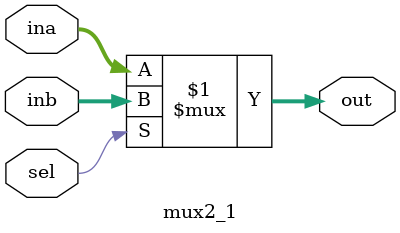
<source format=v>
`timescale 1ns / 1ps


module mux2_1(input [31:0] ina,input [31:0] inb,
                input sel,
                output [31:0] out);

assign out = sel ? inb : ina;

endmodule
</source>
